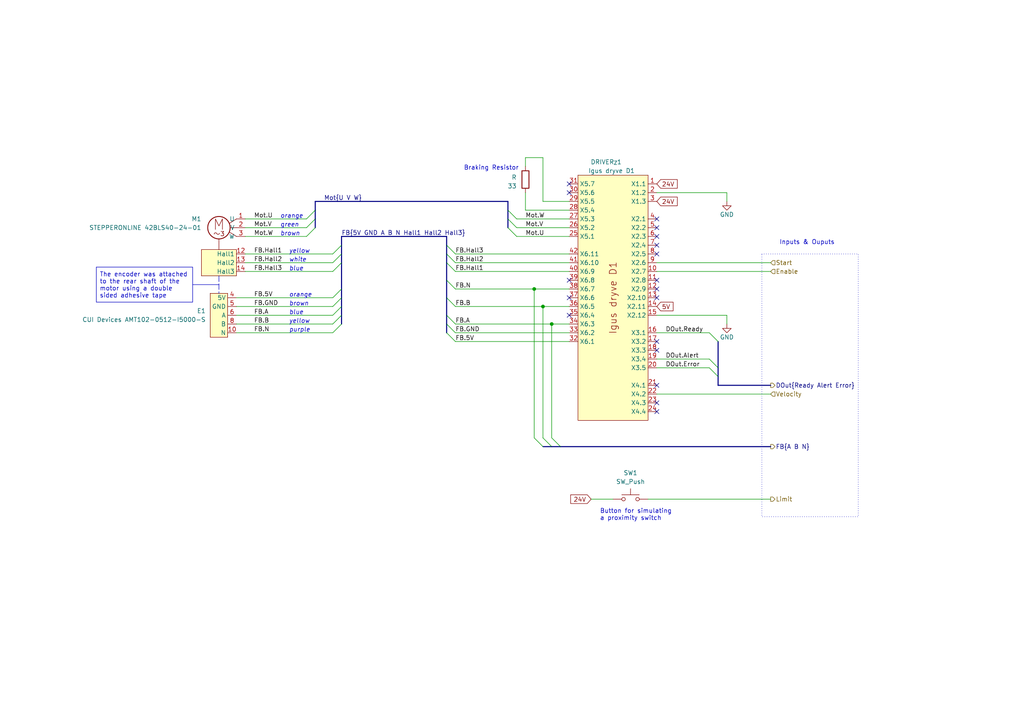
<source format=kicad_sch>
(kicad_sch (version 20250114) (generator "eeschema") (generator_version "9.0")
  (paper "A4")
  (title_block (title "Axis 2 - brushless motor") (date "2023-07-20") (company "CITIC Research Center & Department of Computer Engineering, University of A Coruña."))
  (lib_symbols
    (symbol "Device:R" (pin_numbers (hide yes)) (pin_names (offset 0))
      (property "Reference" "R" (at 2.032 0 90))
      (property "Value" "R" (at 0 0 90))
      (symbol "R_0_1"
        (rectangle (start -1.016 -2.54) (end 1.016 2.54) (stroke (width 0.254)))
      )
      (symbol "R_1_1"
        (pin passive line (at 0 3.81 270) (length 1.27) (name "~") (number "1"))
        (pin passive line (at 0 -3.81 90) (length 1.27) (name "~") (number "2"))
      )
    )
    (symbol "Gantry_Robot_Components:Brushless_Motor_with_Hall_Sensors" (pin_names (offset 0.5))
      (property "Reference" "M" (at 5.08 2.54 0))
      (property "Value" "Brushless_Motor_with_Hall_Sensors" (at 22.86 0 0))
      (symbol "Brushless_Motor_with_Hall_Sensors_0_0"
        (polyline (pts (xy -1.016 -0.508) (xy -1.016 2.54) (xy 0 0.508) (xy 1.016 2.54) (xy 1.016 -0.508)))
        (arc (start 0.6112 -1.73) (mid 0.1862 -1.9307) (end -0.1508 -1.603))
        (arc (start 0.6371 -1.7016) (mid 1.0686 -1.4788) (end 1.3732 -1.857))
      )
      (symbol "Brushless_Motor_with_Hall_Sensors_0_1"
        (circle (center 0 0) (radius 3.2512) (stroke (width 0.254)))
      )
      (symbol "Brushless_Motor_with_Hall_Sensors_1_1"
        (polyline (pts (xy -5.08 2.54) (xy -3.048 1.27)))
        (polyline (pts (xy -5.08 0) (xy -3.302 0)))
        (polyline (pts (xy -5.08 -2.54) (xy -3.048 -1.27)))
        (rectangle (start -5.08 -6.35) (end 5.08 -13.97) (fill (type background)))
        (polyline (pts (xy 0 -6.35) (xy 0 -3.302)))
        (text "3" (at -1.016 -1.778 0) (effects (font (size 1.27 1.27))))
        (pin passive line (at -7.62 2.54 0) (length 2.54) (name "U") (number "1"))
        (pin passive line (at -7.62 0 0) (length 2.54) (name "V") (number "2"))
        (pin passive line (at -7.62 -2.54 0) (length 2.54) (name "W") (number "3"))
        (pin output line (at -7.62 -7.62 0) (length 2.54) (name "Hall1") (number "12"))
        (pin output line (at -7.62 -10.16 0) (length 2.54) (name "Hall2") (number "13"))
        (pin output line (at -7.62 -12.7 0) (length 2.54) (name "Hall3") (number "14"))
      )
    )
    (symbol "Gantry_Robot_Components:Igus_dryve_D1"
      (property "Reference" "U" (at 40.64 12.7 0))
      (property "Value" "Igus dryve D1" (at 25.4 -12.7 0))
      (symbol "Igus_dryve_D1_1_1"
        (rectangle (start -35.56 10.16) (end 35.56 -10.16) (fill (type background)))
        (text "Igus dryve D1" (at 0 0 0) (effects (font (size 2 2))))
        (pin power_in line (at -33.02 12.7 270) (length 2.54) (name "X1.1") (number "1"))
        (pin power_out line (at -33.02 -12.7 90) (length 2.54) (name "X5.7") (number "31"))
        (pin power_in line (at -30.48 12.7 270) (length 2.54) (name "X1.2") (number "2"))
        (pin power_out line (at -30.48 -12.7 90) (length 2.54) (name "X5.6") (number "30"))
        (pin power_in line (at -27.94 12.7 270) (length 2.54) (name "X1.3") (number "3"))
        (pin passive line (at -27.94 -12.7 90) (length 2.54) (name "X5.5") (number "29"))
        (pin passive line (at -25.4 -12.7 90) (length 2.54) (name "X5.4") (number "28"))
        (pin input line (at -22.86 12.7 270) (length 2.54) (name "X2.1") (number "4"))
        (pin passive line (at -22.86 -12.7 90) (length 2.54) (name "X5.3") (number "27"))
        (pin input line (at -20.32 12.7 270) (length 2.54) (name "X2.2") (number "5"))
        (pin passive line (at -20.32 -12.7 90) (length 2.54) (name "X5.2") (number "26"))
        (pin input line (at -17.78 12.7 270) (length 2.54) (name "X2.3") (number "6"))
        (pin passive line (at -17.78 -12.7 90) (length 2.54) (name "X5.1") (number "25"))
        (pin input line (at -15.24 12.7 270) (length 2.54) (name "X2.4") (number "7"))
        (pin input line (at -12.7 12.7 270) (length 2.54) (name "X2.5") (number "8"))
        (pin input line (at -12.7 -12.7 90) (length 2.54) (name "X6.11") (number "42"))
        (pin input line (at -10.16 12.7 270) (length 2.54) (name "X2.6") (number "9"))
        (pin input line (at -10.16 -12.7 90) (length 2.54) (name "X6.10") (number "41"))
        (pin input line (at -7.62 12.7 270) (length 2.54) (name "X2.7") (number "10"))
        (pin input line (at -7.62 -12.7 90) (length 2.54) (name "X6.9") (number "40"))
        (pin input line (at -5.08 12.7 270) (length 2.54) (name "X2.8") (number "11"))
        (pin input line (at -5.08 -12.7 90) (length 2.54) (name "X6.8") (number "39"))
        (pin input line (at -2.54 12.7 270) (length 2.54) (name "X2.9") (number "12"))
        (pin input line (at -2.54 -12.7 90) (length 2.54) (name "X6.7") (number "38"))
        (pin input line (at 0 12.7 270) (length 2.54) (name "X2.10") (number "13"))
        (pin input line (at 0 -12.7 90) (length 2.54) (name "X6.6") (number "37"))
        (pin power_in line (at 2.54 12.7 270) (length 2.54) (name "X2.11") (number "14"))
        (pin input line (at 2.54 -12.7 90) (length 2.54) (name "X6.5") (number "36"))
        (pin power_in line (at 5.08 12.7 270) (length 2.54) (name "X2.12") (number "15"))
        (pin input line (at 5.08 -12.7 90) (length 2.54) (name "X6.4") (number "35"))
        (pin input line (at 7.62 -12.7 90) (length 2.54) (name "X6.3") (number "34"))
        (pin output line (at 10.16 12.7 270) (length 2.54) (name "X3.1") (number "16"))
        (pin power_out line (at 10.16 -12.7 90) (length 2.54) (name "X6.2") (number "33"))
        (pin output line (at 12.7 12.7 270) (length 2.54) (name "X3.2") (number "17"))
        (pin power_out line (at 12.7 -12.7 90) (length 2.54) (name "X6.1") (number "32"))
        (pin output line (at 15.24 12.7 270) (length 2.54) (name "X3.3") (number "18"))
        (pin output line (at 17.78 12.7 270) (length 2.54) (name "X3.4") (number "19"))
        (pin output line (at 20.32 12.7 270) (length 2.54) (name "X3.5") (number "20"))
        (pin power_out line (at 25.4 12.7 270) (length 2.54) (name "X4.1") (number "21"))
        (pin input line (at 27.94 12.7 270) (length 2.54) (name "X4.2") (number "22"))
        (pin input line (at 30.48 12.7 270) (length 2.54) (name "X4.3") (number "23"))
        (pin power_out line (at 33.02 12.7 270) (length 2.54) (name "X4.4") (number "24"))
      )
    )
    (symbol "Gantry_Robot_Components:Single_ended_encoder_with_index" (pin_names (offset 0.5))
      (property "Reference" "E" (at 0 7.62 0))
      (property "Value" "Single ended encoder with index" (at 19.05 0 0))
      (symbol "Single_ended_encoder_with_index_1_1"
        (rectangle (start -2.54 6.35) (end 2.54 -6.35) (fill (type background)))
        (pin power_in line (at -5.08 5.08 0) (length 2.54) (name "5V") (number "4"))
        (pin power_in line (at -5.08 2.54 0) (length 2.54) (name "GND") (number "5"))
        (pin output line (at -5.08 0 0) (length 2.54) (name "A") (number "6"))
        (pin output line (at -5.08 -2.54 0) (length 2.54) (name "B") (number "8"))
        (pin output line (at -5.08 -5.08 0) (length 2.54) (name "N") (number "10"))
      )
    )
    (symbol "Switch:SW_Push" (pin_numbers (hide yes)) (pin_names (offset 1.016) (hide yes))
      (property "Reference" "SW" (at 1.27 2.54 0))
      (property "Value" "SW_Push" (at 0 -1.524 0))
      (symbol "SW_Push_0_1"
        (circle (center -2.032 0) (radius 0.508))
        (polyline (pts (xy 0 1.27) (xy 0 3.048)))
        (circle (center 2.032 0) (radius 0.508))
        (polyline (pts (xy 2.54 1.27) (xy -2.54 1.27)))
        (pin passive line (at -5.08 0 0) (length 2.54) (name "1") (number "1"))
        (pin passive line (at 5.08 0 180) (length 2.54) (name "2") (number "2"))
      )
    )
    (symbol "power:GND" (power) (pin_names (offset 0))
      (property "Value" "GND" (at 0 -3.81 0))
      (symbol "GND_0_1"
        (polyline (pts (xy 0 0) (xy 0 -1.27) (xy 1.27 -1.27) (xy 0 -2.54) (xy -1.27 -1.27) (xy 0 -1.27)))
      )
      (symbol "GND_1_1"
        (pin power_in line (at 0 0 270) (length 0) (hide yes) (name "GND") (number "1"))
      )
    )
  )
  (rectangle (start 220.98 73.66) (end 248.92 149.86) (stroke (width 0) (type dot)))
  (text "purple" (at 83.82 96.52 0) (effects (font (size 1.27 1.27) (italic yes)) (justify left bottom)))
  (text "blue" (at 83.82 91.44 0) (effects (font (size 1.27 1.27) (italic yes)) (justify left bottom)))
  (text "yellow" (at 83.82 73.66 0) (effects (font (size 1.27 1.27) (italic yes)) (justify left bottom)))
  (text "Inputs & Ouputs" (at 226.06 71.12 0) (effects (font (size 1.27 1.27)) (justify left bottom)))
  (text "yellow" (at 83.82 93.98 0) (effects (font (size 1.27 1.27) (italic yes)) (justify left bottom)))
  (text "brown" (at 81.28 68.58 0) (effects (font (size 1.27 1.27) (italic yes)) (justify left bottom)))
  (text "orange" (at 83.82 86.36 0) (effects (font (size 1.27 1.27) (italic yes)) (justify left bottom)))
  (text "brown" (at 83.82 88.9 0) (effects (font (size 1.27 1.27) (italic yes)) (justify left bottom)))
  (text "Braking Resistor" (at 150.495 49.53 0) (effects (font (size 1.27 1.27)) (justify right bottom)))
  (text "green" (at 81.28 66.04 0) (effects (font (size 1.27 1.27) (italic yes)) (justify left bottom)))
  (text "blue" (at 83.82 78.74 0) (effects (font (size 1.27 1.27) (italic yes)) (justify left bottom)))
  (text "white" (at 83.82 76.2 0) (effects (font (size 1.27 1.27) (italic yes)) (justify left bottom)))
  (text "Button for simulating\na proximity switch" (at 173.99 151.13 0) (effects (font (size 1.27 1.27)) (justify left bottom)))
  (text "orange" (at 81.28 63.5 0) (effects (font (size 1.27 1.27) (italic yes)) (justify left bottom)))
  (text_box "The encoder was attached to the rear shaft of the motor using a double sided adhesive tape" (at 27.94 77.47 0) (size 27.94 10.16) (margins 0.9525 0.9525 0.9525 0.9525) (effects (font (size 1.27 1.27)) (justify left)))
  (junction (at 154.94 83.82))
  (junction (at 160.02 93.98))
  (junction (at 157.48 88.9))
  (no_connect (at 190.5 71.12))
  (no_connect (at 190.5 73.66))
  (no_connect (at 190.5 66.04))
  (no_connect (at 190.5 99.06))
  (no_connect (at 165.1 86.36))
  (no_connect (at 190.5 63.5))
  (no_connect (at 190.5 119.38))
  (no_connect (at 165.1 53.34))
  (no_connect (at 165.1 55.88))
  (no_connect (at 190.5 81.28))
  (no_connect (at 165.1 81.28))
  (no_connect (at 190.5 111.76))
  (no_connect (at 190.5 68.58))
  (no_connect (at 190.5 86.36))
  (no_connect (at 190.5 101.6))
  (no_connect (at 190.5 83.82))
  (no_connect (at 165.1 91.44))
  (no_connect (at 190.5 116.84))
  (bus_entry (at 129.54 96.52) (size 2.54 2.54))
  (bus_entry (at 205.74 104.14) (size 2.54 2.54))
  (bus_entry (at 154.94 127) (size 2.54 2.54))
  (bus_entry (at 96.52 76.2) (size 2.54 -2.54))
  (bus_entry (at 96.52 93.98) (size 2.54 -2.54))
  (bus_entry (at 96.52 91.44) (size 2.54 -2.54))
  (bus_entry (at 147.32 66.04) (size 2.54 2.54))
  (bus_entry (at 129.54 93.98) (size 2.54 2.54))
  (bus_entry (at 205.74 106.68) (size 2.54 2.54))
  (bus_entry (at 129.54 73.66) (size 2.54 2.54))
  (bus_entry (at 88.9 68.58) (size 2.54 -2.54))
  (bus_entry (at 96.52 96.52) (size 2.54 -2.54))
  (bus_entry (at 157.48 127) (size 2.54 2.54))
  (bus_entry (at 96.52 78.74) (size 2.54 -2.54))
  (bus_entry (at 129.54 76.2) (size 2.54 2.54))
  (bus_entry (at 149.86 63.5) (size -2.54 -2.54))
  (bus_entry (at 96.52 86.36) (size 2.54 -2.54))
  (bus_entry (at 96.52 88.9) (size 2.54 -2.54))
  (bus_entry (at 205.74 96.52) (size 2.54 2.54))
  (bus_entry (at 96.52 73.66) (size 2.54 -2.54))
  (bus_entry (at 88.9 63.5) (size 2.54 -2.54))
  (bus_entry (at 88.9 66.04) (size 2.54 -2.54))
  (bus_entry (at 129.54 86.36) (size 2.54 2.54))
  (bus_entry (at 160.02 127) (size 2.54 2.54))
  (bus_entry (at 129.54 81.28) (size 2.54 2.54))
  (bus_entry (at 129.54 71.12) (size 2.54 2.54))
  (bus_entry (at 129.54 91.44) (size 2.54 2.54))
  (bus_entry (at 149.86 66.04) (size -2.54 -2.54))
  (polyline (pts (xy 63.5 80.01) (xy 63.5 85.09)) (stroke (width 0) (type dash)))
  (wire (pts (xy 71.12 73.66) (xy 96.52 73.66)))
  (bus (pts (xy 208.28 109.22) (xy 208.28 106.68)))
  (wire (pts (xy 157.48 58.42) (xy 165.1 58.42)))
  (wire (pts (xy 152.4 45.72) (xy 157.48 45.72)))
  (wire (pts (xy 187.96 144.78) (xy 223.52 144.78)))
  (wire (pts (xy 165.1 99.06) (xy 132.08 99.06)))
  (bus (pts (xy 208.28 99.06) (xy 208.28 106.68)))
  (wire (pts (xy 157.48 45.72) (xy 157.48 58.42)))
  (wire (pts (xy 210.82 91.44) (xy 190.5 91.44)))
  (wire (pts (xy 154.94 83.82) (xy 154.94 127)))
  (bus (pts (xy 129.54 93.98) (xy 129.54 91.44)))
  (bus (pts (xy 129.54 68.58) (xy 129.54 71.12)))
  (bus (pts (xy 129.54 81.28) (xy 129.54 86.36)))
  (bus (pts (xy 129.54 73.66) (xy 129.54 76.2)))
  (wire (pts (xy 210.82 58.42) (xy 210.82 55.88)))
  (bus (pts (xy 160.02 129.54) (xy 162.56 129.54)))
  (wire (pts (xy 152.4 55.88) (xy 152.4 60.96)))
  (bus (pts (xy 99.06 88.9) (xy 99.06 91.44)))
  (bus (pts (xy 99.06 83.82) (xy 99.06 86.36)))
  (bus (pts (xy 99.06 68.58) (xy 129.54 68.58)))
  (wire (pts (xy 190.5 114.3) (xy 223.52 114.3)))
  (wire (pts (xy 71.12 63.5) (xy 88.9 63.5)))
  (wire (pts (xy 205.74 104.14) (xy 190.5 104.14)))
  (wire (pts (xy 68.58 93.98) (xy 96.52 93.98)))
  (bus (pts (xy 129.54 76.2) (xy 129.54 81.28)))
  (bus (pts (xy 91.44 58.42) (xy 147.32 58.42)))
  (bus (pts (xy 162.56 129.54) (xy 223.52 129.54)))
  (wire (pts (xy 149.86 63.5) (xy 165.1 63.5)))
  (wire (pts (xy 152.4 48.26) (xy 152.4 45.72)))
  (bus (pts (xy 129.54 71.12) (xy 129.54 73.66)))
  (bus (pts (xy 223.52 111.76) (xy 208.28 111.76)))
  (bus (pts (xy 208.28 111.76) (xy 208.28 109.22)))
  (bus (pts (xy 91.44 58.42) (xy 91.44 60.96)))
  (wire (pts (xy 205.74 96.52) (xy 190.5 96.52)))
  (wire (pts (xy 71.12 76.2) (xy 96.52 76.2)))
  (bus (pts (xy 99.06 91.44) (xy 99.06 93.98)))
  (wire (pts (xy 71.12 78.74) (xy 96.52 78.74)))
  (bus (pts (xy 129.54 86.36) (xy 129.54 91.44)))
  (wire (pts (xy 154.94 83.82) (xy 165.1 83.82)))
  (wire (pts (xy 132.08 88.9) (xy 157.48 88.9)))
  (wire (pts (xy 165.1 73.66) (xy 132.08 73.66)))
  (wire (pts (xy 68.58 88.9) (xy 96.52 88.9)))
  (wire (pts (xy 160.02 93.98) (xy 165.1 93.98)))
  (bus (pts (xy 157.48 129.54) (xy 160.02 129.54)))
  (bus (pts (xy 147.32 63.5) (xy 147.32 66.04)))
  (wire (pts (xy 165.1 76.2) (xy 132.08 76.2)))
  (wire (pts (xy 68.58 91.44) (xy 96.52 91.44)))
  (bus (pts (xy 91.44 63.5) (xy 91.44 60.96)))
  (wire (pts (xy 149.86 68.58) (xy 165.1 68.58)))
  (wire (pts (xy 190.5 55.88) (xy 210.82 55.88)))
  (bus (pts (xy 147.32 58.42) (xy 147.32 60.96)))
  (bus (pts (xy 99.06 71.12) (xy 99.06 68.58)))
  (bus (pts (xy 147.32 60.96) (xy 147.32 63.5)))
  (wire (pts (xy 157.48 88.9) (xy 165.1 88.9)))
  (bus (pts (xy 99.06 73.66) (xy 99.06 76.2)))
  (wire (pts (xy 132.08 93.98) (xy 160.02 93.98)))
  (wire (pts (xy 165.1 78.74) (xy 132.08 78.74)))
  (wire (pts (xy 157.48 88.9) (xy 157.48 127)))
  (wire (pts (xy 205.74 106.68) (xy 190.5 106.68)))
  (wire (pts (xy 190.5 78.74) (xy 223.52 78.74)))
  (wire (pts (xy 165.1 96.52) (xy 132.08 96.52)))
  (bus (pts (xy 129.54 96.52) (xy 129.54 93.98)))
  (wire (pts (xy 132.08 83.82) (xy 154.94 83.82)))
  (wire (pts (xy 165.1 60.96) (xy 152.4 60.96)))
  (bus (pts (xy 99.06 86.36) (xy 99.06 88.9)))
  (bus (pts (xy 91.44 66.04) (xy 91.44 63.5)))
  (polyline (pts (xy 63.5 82.55) (xy 55.88 82.55)))
  (wire (pts (xy 190.5 76.2) (xy 223.52 76.2)))
  (wire (pts (xy 149.86 66.04) (xy 165.1 66.04)))
  (wire (pts (xy 71.12 66.04) (xy 88.9 66.04)))
  (wire (pts (xy 68.58 96.52) (xy 96.52 96.52)))
  (bus (pts (xy 99.06 71.12) (xy 99.06 73.66)))
  (bus (pts (xy 99.06 76.2) (xy 99.06 83.82)))
  (wire (pts (xy 171.45 144.78) (xy 177.8 144.78)))
  (wire (pts (xy 71.12 68.58) (xy 88.9 68.58)))
  (wire (pts (xy 210.82 93.98) (xy 210.82 91.44)))
  (wire (pts (xy 160.02 93.98) (xy 160.02 127)))
  (wire (pts (xy 68.58 86.36) (xy 96.52 86.36)))
  (label "FB.5V" (at 73.66 86.36 0))
  (label "FB.Hall1" (at 132.08 78.74 0))
  (label "FB.5V" (at 132.08 99.06 0))
  (label "FB.GND" (at 132.08 96.52 0))
  (label "FB.Hall3" (at 132.08 73.66 0))
  (label "Mot.U" (at 152.4 68.58 0))
  (label "DOut.Ready" (at 193.04 96.52 0))
  (label "FB.Hall3" (at 73.66 78.74 0))
  (label "FB{5V GND A B N Hall1 Hall2 Hall3}" (at 99.06 68.58 0))
  (label "Mot{U V W}" (at 93.98 58.42 0))
  (label "Mot.V" (at 152.4 66.04 0))
  (label "DOut.Error" (at 193.04 106.68 0))
  (label "FB.N" (at 132.08 83.82 0))
  (label "FB.A" (at 73.66 91.44 0))
  (label "FB.N" (at 73.66 96.52 0))
  (label "FB.Hall1" (at 73.66 73.66 0))
  (label "FB.B" (at 132.08 88.9 0))
  (label "FB.Hall2" (at 132.08 76.2 0))
  (label "Mot.U" (at 73.66 63.5 0))
  (label "FB.GND" (at 73.66 88.9 0))
  (label "DOut.Alert" (at 193.04 104.14 0))
  (label "FB.A" (at 132.08 93.98 0))
  (label "FB.B" (at 73.66 93.98 0))
  (label "FB.Hall2" (at 73.66 76.2 0))
  (label "Mot.V" (at 73.66 66.04 0))
  (label "Mot.W" (at 73.66 68.58 0))
  (label "Mot.W" (at 152.4 63.5 0))
  (global_label "24V" (shape input) (at 190.5 53.34 0) (property "Intersheetrefs" "${INTERSHEET_REFS}" (effects (hide yes))))
  (global_label "24V" (shape input) (at 190.5 58.42 0) (property "Intersheetrefs" "${INTERSHEET_REFS}" (effects (hide yes))))
  (global_label "5V" (shape input) (at 190.5 88.9 0) (property "Intersheetrefs" "${INTERSHEET_REFS}" (effects (hide yes))))
  (global_label "24V" (shape input) (at 171.45 144.78 180) (property "Intersheetrefs" "${INTERSHEET_REFS}" (effects (hide yes))))
  (hierarchical_label "Start" (shape input) (at 223.52 76.2 0))
  (hierarchical_label "Limit" (shape output) (at 223.52 144.78 0))
  (hierarchical_label "DOut{Ready Alert Error}" (shape output) (at 223.52 111.76 0))
  (hierarchical_label "Enable" (shape input) (at 223.52 78.74 0))
  (hierarchical_label "FB{A B N}" (shape output) (at 223.52 129.54 0))
  (hierarchical_label "Velocity" (shape input) (at 223.52 114.3 0))
  (symbol (lib_id "power:GND") (at 210.82 58.42 0) (mirror y) (unit 1)
    (property "Reference" "#PWR0104" (effects (hide yes)))
    (property "Value" "GND" (at 210.82 62.23 0))
    (instances (project "pruebas_robot" (path "" (reference "#PWR024") (unit 1)) (path "" (reference "#PWR0104") (unit 1))))
  )
  (symbol (lib_id "power:GND") (at 210.82 93.98 0) (unit 1)
    (property "Reference" "#PWR0103" (effects (hide yes)))
    (property "Value" "GND" (at 210.82 97.79 0))
    (instances (project "pruebas_robot" (path "" (reference "#PWR029") (unit 1)) (path "" (reference "#PWR0103") (unit 1))))
  )
  (symbol (lib_id "Switch:SW_Push") (at 182.88 144.78 0) (unit 1)
    (property "Reference" "SW1" (at 182.88 137.16 0))
    (property "Value" "SW_Push" (at 182.88 139.7 0))
  )
  (symbol (lib_id "Gantry_Robot_Components:Brushless_Motor_with_Hall_Sensors") (at 63.5 66.04 0) (mirror y) (unit 1)
    (property "Reference" "M1" (at 58.42 63.5 0) (effects (justify left)))
    (property "Value" "STEPPERONLINE 42BLS40-24-01" (at 58.42 66.04 0) (effects (justify left)))
  )
  (symbol (lib_id "Gantry_Robot_Components:Single_ended_encoder_with_index") (at 63.5 91.44 0) (mirror y) (unit 1)
    (property "Reference" "E1" (at 59.69 90.17 0) (effects (justify left)))
    (property "Value" "CUI Devices AMT102-0512-I5000-S" (at 59.69 92.71 0) (effects (justify left)))
  )
  (symbol (lib_id "Device:R") (at 152.4 52.07 0) (mirror y) (unit 1)
    (property "Reference" "R1" (at 149.86 51.435 0) (effects (justify left)))
    (property "Value" "33" (at 149.86 53.975 0) (effects (justify left)))
    (instances (project "pruebas_robot" (path "" (reference "R") (unit 1)) (path "" (reference "R1") (unit 1))))
  )
  (symbol (lib_id "Gantry_Robot_Components:Igus_dryve_D1") (at 177.8 86.36 270) (unit 1)
    (property "Reference" "U-X1" (at 180.34 46.99 90) (effects (justify right)))
    (property "Value" "Igus dryve D1" (at 184.15 49.53 90) (effects (justify right)))
    (property "Datasheet" "https://igus.widen.net/content/lx2pnlx7jc/original/Operating%20Manual%20dryve%20D1%20V3.0.1.pdf" (effects (hide yes)))
    (instances (project "pruebas_robot" (path "" (reference "DRIVER_{Z}1") (unit 1)) (path "" (reference "U-X1") (unit 1))))
  )
)
</source>
